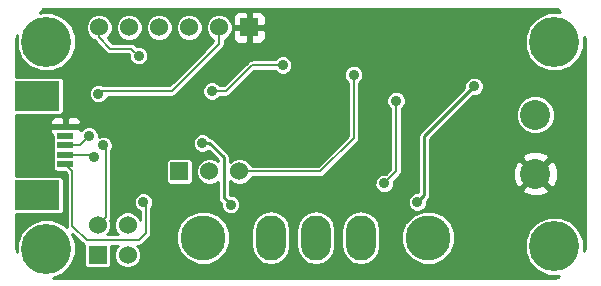
<source format=gbl>
G04 (created by PCBNEW (2013-05-31 BZR 4019)-stable) date 7/18/2014 10:39:46 PM*
%MOIN*%
G04 Gerber Fmt 3.4, Leading zero omitted, Abs format*
%FSLAX34Y34*%
G01*
G70*
G90*
G04 APERTURE LIST*
%ADD10C,0.00590551*%
%ADD11R,0.1496X0.0984*%
%ADD12R,0.0551X0.0197*%
%ADD13O,0.1X0.15*%
%ADD14C,0.15*%
%ADD15R,0.06X0.06*%
%ADD16C,0.06*%
%ADD17C,0.1*%
%ADD18C,0.167*%
%ADD19C,0.035*%
%ADD20C,0.008*%
%ADD21C,0.01*%
G04 APERTURE END LIST*
G54D10*
G54D11*
X866Y-3070D03*
X866Y-6378D03*
G54D12*
X1811Y-4094D03*
X1811Y-4409D03*
X1811Y-5354D03*
X1811Y-5039D03*
X1811Y-4724D03*
G54D13*
X8657Y-7795D03*
X10157Y-7795D03*
X11657Y-7795D03*
G54D14*
X6407Y-7795D03*
X13907Y-7795D03*
G54D15*
X5614Y-5590D03*
G54D16*
X6614Y-5590D03*
X7614Y-5590D03*
G54D15*
X2885Y-8374D03*
G54D16*
X2885Y-7374D03*
X3885Y-8374D03*
X3885Y-7374D03*
G54D15*
X7933Y-787D03*
G54D16*
X6933Y-787D03*
X5933Y-787D03*
X4933Y-787D03*
X3933Y-787D03*
X2933Y-787D03*
G54D17*
X17480Y-3700D03*
X17480Y-5669D03*
G54D18*
X1181Y-1271D03*
X1181Y-8161D03*
X18110Y-8082D03*
X18110Y-1271D03*
G54D19*
X4409Y-6614D03*
X11417Y-2362D03*
X2913Y-2992D03*
X2755Y-5118D03*
X2598Y-4409D03*
X4251Y-1732D03*
X3070Y-4724D03*
X6692Y-2913D03*
X9055Y-2047D03*
X6377Y-4645D03*
X7322Y-6692D03*
X15433Y-2755D03*
X13543Y-6614D03*
X13307Y-3622D03*
X8897Y-4881D03*
X3543Y-6614D03*
X7637Y-3149D03*
X7165Y-1653D03*
X5275Y-1889D03*
X3385Y-1889D03*
X12204Y-472D03*
X13700Y-2755D03*
X15669Y-6614D03*
X12362Y-5196D03*
X12834Y-3228D03*
X12440Y-5984D03*
G54D20*
X2047Y-5590D02*
X1811Y-5354D01*
X2047Y-7401D02*
X2047Y-5590D01*
X2519Y-7874D02*
X2047Y-7401D01*
X4251Y-7874D02*
X2519Y-7874D01*
X4488Y-7637D02*
X4251Y-7874D01*
X4488Y-6692D02*
X4488Y-7637D01*
X4409Y-6614D02*
X4488Y-6692D01*
X7614Y-5590D02*
X10314Y-5590D01*
X11417Y-4488D02*
X11417Y-2362D01*
X10314Y-5590D02*
X11417Y-4488D01*
X6933Y-1334D02*
X6933Y-787D01*
X5354Y-2913D02*
X6933Y-1334D01*
X2992Y-2913D02*
X5354Y-2913D01*
X2913Y-2992D02*
X2992Y-2913D01*
X2677Y-5039D02*
X1811Y-5039D01*
X2755Y-5118D02*
X2677Y-5039D01*
X1811Y-4724D02*
X2283Y-4724D01*
X2283Y-4724D02*
X2598Y-4409D01*
X2933Y-1122D02*
X2933Y-787D01*
X3307Y-1496D02*
X2933Y-1122D01*
X4015Y-1496D02*
X3307Y-1496D01*
X4251Y-1732D02*
X4015Y-1496D01*
X3149Y-7110D02*
X2885Y-7374D01*
X3149Y-4803D02*
X3149Y-7110D01*
X3070Y-4724D02*
X3149Y-4803D01*
X7165Y-2913D02*
X6692Y-2913D01*
X8031Y-2047D02*
X7165Y-2913D01*
X9055Y-2047D02*
X8031Y-2047D01*
G54D21*
X6614Y-4645D02*
X6377Y-4645D01*
X7086Y-5118D02*
X6614Y-4645D01*
X7086Y-6456D02*
X7086Y-5118D01*
X7322Y-6692D02*
X7086Y-6456D01*
X13779Y-4409D02*
X15433Y-2755D01*
X13779Y-6377D02*
X13779Y-4409D01*
X13543Y-6614D02*
X13779Y-6377D01*
G54D20*
X12834Y-5590D02*
X12834Y-3228D01*
X12440Y-5984D02*
X12834Y-5590D01*
G54D10*
G36*
X19131Y-8092D02*
X19105Y-8225D01*
X19095Y-8235D01*
X19095Y-7887D01*
X18945Y-7525D01*
X18668Y-7248D01*
X18307Y-7097D01*
X18233Y-7097D01*
X18233Y-5798D01*
X18226Y-5500D01*
X18130Y-5269D01*
X18130Y-3572D01*
X18031Y-3333D01*
X17848Y-3150D01*
X17610Y-3050D01*
X17351Y-3050D01*
X17112Y-3149D01*
X16929Y-3332D01*
X16830Y-3570D01*
X16830Y-3829D01*
X16928Y-4068D01*
X17111Y-4251D01*
X17350Y-4350D01*
X17609Y-4350D01*
X17848Y-4252D01*
X18031Y-4069D01*
X18130Y-3830D01*
X18130Y-3572D01*
X18130Y-5269D01*
X18127Y-5261D01*
X18010Y-5209D01*
X17940Y-5280D01*
X17940Y-5138D01*
X17888Y-5022D01*
X17609Y-4915D01*
X17311Y-4923D01*
X17072Y-5022D01*
X17020Y-5138D01*
X17480Y-5598D01*
X17940Y-5138D01*
X17940Y-5280D01*
X17551Y-5669D01*
X18010Y-6129D01*
X18127Y-6077D01*
X18233Y-5798D01*
X18233Y-7097D01*
X17940Y-7097D01*
X17940Y-6199D01*
X17480Y-5740D01*
X17409Y-5810D01*
X17409Y-5669D01*
X16949Y-5209D01*
X16833Y-5261D01*
X16726Y-5539D01*
X16734Y-5838D01*
X16833Y-6077D01*
X16949Y-6129D01*
X17409Y-5669D01*
X17409Y-5810D01*
X17020Y-6199D01*
X17072Y-6316D01*
X17350Y-6422D01*
X17649Y-6415D01*
X17888Y-6316D01*
X17940Y-6199D01*
X17940Y-7097D01*
X17915Y-7097D01*
X17553Y-7247D01*
X17275Y-7523D01*
X17125Y-7885D01*
X17125Y-8277D01*
X17274Y-8639D01*
X17551Y-8917D01*
X17913Y-9067D01*
X18263Y-9067D01*
X18224Y-9106D01*
X18094Y-9131D01*
X15758Y-9131D01*
X15758Y-2691D01*
X15708Y-2572D01*
X15617Y-2480D01*
X15498Y-2430D01*
X15368Y-2430D01*
X15249Y-2480D01*
X15157Y-2571D01*
X15108Y-2690D01*
X15108Y-2798D01*
X13638Y-4268D01*
X13594Y-4332D01*
X13579Y-4409D01*
X13579Y-6289D01*
X13478Y-6289D01*
X13359Y-6338D01*
X13267Y-6429D01*
X13218Y-6549D01*
X13218Y-6678D01*
X13267Y-6798D01*
X13358Y-6889D01*
X13478Y-6939D01*
X13607Y-6939D01*
X13727Y-6889D01*
X13818Y-6798D01*
X13868Y-6679D01*
X13868Y-6571D01*
X13920Y-6519D01*
X13964Y-6454D01*
X13964Y-6454D01*
X13979Y-6377D01*
X13979Y-4492D01*
X15390Y-3080D01*
X15497Y-3080D01*
X15616Y-3031D01*
X15708Y-2940D01*
X15758Y-2820D01*
X15758Y-2691D01*
X15758Y-9131D01*
X14807Y-9131D01*
X14807Y-7617D01*
X14670Y-7286D01*
X14417Y-7032D01*
X14087Y-6895D01*
X13729Y-6895D01*
X13398Y-7031D01*
X13159Y-7270D01*
X13159Y-3163D01*
X13110Y-3044D01*
X13018Y-2952D01*
X12899Y-2903D01*
X12770Y-2903D01*
X12650Y-2952D01*
X12559Y-3044D01*
X12509Y-3163D01*
X12509Y-3292D01*
X12558Y-3412D01*
X12644Y-3498D01*
X12644Y-5511D01*
X12497Y-5659D01*
X12376Y-5659D01*
X12257Y-5708D01*
X12165Y-5799D01*
X12116Y-5919D01*
X12115Y-6048D01*
X12165Y-6168D01*
X12256Y-6259D01*
X12376Y-6309D01*
X12505Y-6309D01*
X12624Y-6259D01*
X12716Y-6168D01*
X12765Y-6049D01*
X12765Y-5927D01*
X12968Y-5724D01*
X12968Y-5724D01*
X12968Y-5724D01*
X13010Y-5663D01*
X13024Y-5590D01*
X13024Y-3497D01*
X13110Y-3412D01*
X13159Y-3293D01*
X13159Y-3163D01*
X13159Y-7270D01*
X13144Y-7284D01*
X13007Y-7615D01*
X13007Y-7973D01*
X13144Y-8304D01*
X13397Y-8557D01*
X13727Y-8695D01*
X14085Y-8695D01*
X14416Y-8558D01*
X14670Y-8305D01*
X14807Y-7975D01*
X14807Y-7617D01*
X14807Y-9131D01*
X12307Y-9131D01*
X12307Y-8062D01*
X12307Y-7527D01*
X12258Y-7278D01*
X12117Y-7068D01*
X11906Y-6927D01*
X11742Y-6894D01*
X11742Y-2297D01*
X11693Y-2178D01*
X11601Y-2086D01*
X11482Y-2037D01*
X11352Y-2037D01*
X11233Y-2086D01*
X11141Y-2177D01*
X11092Y-2297D01*
X11092Y-2426D01*
X11141Y-2546D01*
X11227Y-2631D01*
X11227Y-4409D01*
X10236Y-5400D01*
X9380Y-5400D01*
X9380Y-1982D01*
X9330Y-1863D01*
X9239Y-1771D01*
X9120Y-1722D01*
X8990Y-1722D01*
X8871Y-1771D01*
X8785Y-1857D01*
X8483Y-1857D01*
X8483Y-1037D01*
X8483Y-536D01*
X8483Y-437D01*
X8444Y-345D01*
X8374Y-275D01*
X8282Y-237D01*
X8045Y-237D01*
X7983Y-299D01*
X7983Y-737D01*
X8420Y-737D01*
X8483Y-674D01*
X8483Y-536D01*
X8483Y-1037D01*
X8483Y-899D01*
X8420Y-837D01*
X7983Y-837D01*
X7983Y-1274D01*
X8045Y-1337D01*
X8282Y-1337D01*
X8374Y-1299D01*
X8444Y-1229D01*
X8483Y-1137D01*
X8483Y-1037D01*
X8483Y-1857D01*
X8031Y-1857D01*
X8031Y-1857D01*
X8019Y-1859D01*
X7958Y-1871D01*
X7897Y-1912D01*
X7897Y-1912D01*
X7883Y-1926D01*
X7883Y-1274D01*
X7883Y-837D01*
X7883Y-737D01*
X7883Y-299D01*
X7820Y-237D01*
X7583Y-237D01*
X7491Y-275D01*
X7421Y-345D01*
X7383Y-437D01*
X7383Y-536D01*
X7383Y-674D01*
X7445Y-737D01*
X7883Y-737D01*
X7883Y-837D01*
X7445Y-837D01*
X7383Y-899D01*
X7383Y-698D01*
X7314Y-532D01*
X7188Y-406D01*
X7022Y-337D01*
X6843Y-337D01*
X6678Y-405D01*
X6551Y-532D01*
X6483Y-697D01*
X6482Y-876D01*
X6551Y-1041D01*
X6677Y-1168D01*
X6743Y-1195D01*
X6743Y-1255D01*
X6383Y-1615D01*
X6383Y-698D01*
X6314Y-532D01*
X6188Y-406D01*
X6022Y-337D01*
X5843Y-337D01*
X5678Y-405D01*
X5551Y-532D01*
X5483Y-697D01*
X5482Y-876D01*
X5551Y-1041D01*
X5677Y-1168D01*
X5843Y-1237D01*
X6022Y-1237D01*
X6187Y-1169D01*
X6314Y-1042D01*
X6382Y-877D01*
X6383Y-698D01*
X6383Y-1615D01*
X5383Y-2615D01*
X5383Y-698D01*
X5314Y-532D01*
X5188Y-406D01*
X5022Y-337D01*
X4843Y-337D01*
X4678Y-405D01*
X4551Y-532D01*
X4483Y-697D01*
X4482Y-876D01*
X4551Y-1041D01*
X4677Y-1168D01*
X4843Y-1237D01*
X5022Y-1237D01*
X5187Y-1169D01*
X5314Y-1042D01*
X5382Y-877D01*
X5383Y-698D01*
X5383Y-2615D01*
X5275Y-2723D01*
X4577Y-2723D01*
X4577Y-1667D01*
X4527Y-1548D01*
X4436Y-1456D01*
X4383Y-1434D01*
X4383Y-698D01*
X4314Y-532D01*
X4188Y-406D01*
X4022Y-337D01*
X3843Y-337D01*
X3678Y-405D01*
X3551Y-532D01*
X3483Y-697D01*
X3482Y-876D01*
X3551Y-1041D01*
X3677Y-1168D01*
X3843Y-1237D01*
X4022Y-1237D01*
X4187Y-1169D01*
X4314Y-1042D01*
X4382Y-877D01*
X4383Y-698D01*
X4383Y-1434D01*
X4316Y-1407D01*
X4195Y-1407D01*
X4150Y-1361D01*
X4088Y-1320D01*
X4015Y-1306D01*
X3385Y-1306D01*
X3218Y-1138D01*
X3314Y-1042D01*
X3382Y-877D01*
X3383Y-698D01*
X3314Y-532D01*
X3188Y-406D01*
X3022Y-337D01*
X2843Y-337D01*
X2678Y-405D01*
X2551Y-532D01*
X2483Y-697D01*
X2482Y-876D01*
X2551Y-1041D01*
X2677Y-1168D01*
X2764Y-1204D01*
X2798Y-1256D01*
X3172Y-1630D01*
X3172Y-1630D01*
X3234Y-1671D01*
X3295Y-1683D01*
X3307Y-1686D01*
X3307Y-1686D01*
X3307Y-1686D01*
X3927Y-1686D01*
X3926Y-1796D01*
X3976Y-1916D01*
X4067Y-2007D01*
X4187Y-2057D01*
X4316Y-2057D01*
X4435Y-2007D01*
X4527Y-1916D01*
X4576Y-1797D01*
X4577Y-1667D01*
X4577Y-2723D01*
X3104Y-2723D01*
X3097Y-2716D01*
X2978Y-2667D01*
X2849Y-2667D01*
X2729Y-2716D01*
X2638Y-2807D01*
X2588Y-2927D01*
X2588Y-3056D01*
X2637Y-3175D01*
X2729Y-3267D01*
X2848Y-3317D01*
X2977Y-3317D01*
X3097Y-3267D01*
X3188Y-3176D01*
X3219Y-3103D01*
X5354Y-3103D01*
X5427Y-3088D01*
X5488Y-3047D01*
X7067Y-1468D01*
X7067Y-1468D01*
X7067Y-1468D01*
X7108Y-1407D01*
X7123Y-1334D01*
X7123Y-1195D01*
X7187Y-1169D01*
X7314Y-1042D01*
X7382Y-877D01*
X7383Y-698D01*
X7383Y-899D01*
X7383Y-899D01*
X7383Y-1037D01*
X7383Y-1137D01*
X7421Y-1229D01*
X7491Y-1299D01*
X7583Y-1337D01*
X7820Y-1337D01*
X7883Y-1274D01*
X7883Y-1926D01*
X7086Y-2723D01*
X6962Y-2723D01*
X6877Y-2638D01*
X6757Y-2588D01*
X6628Y-2588D01*
X6509Y-2637D01*
X6417Y-2729D01*
X6367Y-2848D01*
X6367Y-2977D01*
X6417Y-3097D01*
X6508Y-3188D01*
X6627Y-3238D01*
X6757Y-3238D01*
X6876Y-3189D01*
X6962Y-3103D01*
X7165Y-3103D01*
X7238Y-3088D01*
X7299Y-3047D01*
X8110Y-2237D01*
X8785Y-2237D01*
X8870Y-2322D01*
X8990Y-2372D01*
X9119Y-2372D01*
X9238Y-2322D01*
X9330Y-2231D01*
X9380Y-2112D01*
X9380Y-1982D01*
X9380Y-5400D01*
X8022Y-5400D01*
X7995Y-5335D01*
X7869Y-5209D01*
X7704Y-5140D01*
X7525Y-5140D01*
X7359Y-5208D01*
X7286Y-5281D01*
X7286Y-5118D01*
X7273Y-5054D01*
X7271Y-5041D01*
X7271Y-5041D01*
X7228Y-4976D01*
X6755Y-4504D01*
X6690Y-4460D01*
X6643Y-4451D01*
X6562Y-4370D01*
X6442Y-4320D01*
X6313Y-4320D01*
X6194Y-4369D01*
X6102Y-4461D01*
X6053Y-4580D01*
X6052Y-4710D01*
X6102Y-4829D01*
X6193Y-4921D01*
X6313Y-4970D01*
X6442Y-4970D01*
X6561Y-4921D01*
X6584Y-4898D01*
X6886Y-5200D01*
X6886Y-5226D01*
X6869Y-5209D01*
X6704Y-5140D01*
X6525Y-5140D01*
X6359Y-5208D01*
X6232Y-5335D01*
X6164Y-5500D01*
X6164Y-5679D01*
X6232Y-5845D01*
X6358Y-5971D01*
X6524Y-6040D01*
X6703Y-6040D01*
X6868Y-5972D01*
X6886Y-5954D01*
X6886Y-6456D01*
X6901Y-6533D01*
X6945Y-6598D01*
X6997Y-6650D01*
X6997Y-6757D01*
X7047Y-6876D01*
X7138Y-6968D01*
X7257Y-7017D01*
X7387Y-7017D01*
X7506Y-6968D01*
X7598Y-6877D01*
X7647Y-6757D01*
X7647Y-6628D01*
X7598Y-6509D01*
X7507Y-6417D01*
X7387Y-6367D01*
X7286Y-6367D01*
X7286Y-5899D01*
X7358Y-5971D01*
X7524Y-6040D01*
X7703Y-6040D01*
X7868Y-5972D01*
X7995Y-5845D01*
X8022Y-5780D01*
X10314Y-5780D01*
X10387Y-5766D01*
X10449Y-5724D01*
X11551Y-4622D01*
X11551Y-4622D01*
X11551Y-4622D01*
X11592Y-4560D01*
X11592Y-4560D01*
X11604Y-4502D01*
X11607Y-4488D01*
X11607Y-4488D01*
X11607Y-4488D01*
X11607Y-2631D01*
X11692Y-2546D01*
X11742Y-2427D01*
X11742Y-2297D01*
X11742Y-6894D01*
X11657Y-6877D01*
X11408Y-6927D01*
X11197Y-7068D01*
X11056Y-7278D01*
X11007Y-7527D01*
X11007Y-8062D01*
X11056Y-8311D01*
X11197Y-8522D01*
X11408Y-8663D01*
X11657Y-8712D01*
X11906Y-8663D01*
X12117Y-8522D01*
X12258Y-8311D01*
X12307Y-8062D01*
X12307Y-9131D01*
X10807Y-9131D01*
X10807Y-8062D01*
X10807Y-7527D01*
X10758Y-7278D01*
X10617Y-7068D01*
X10406Y-6927D01*
X10157Y-6877D01*
X9908Y-6927D01*
X9697Y-7068D01*
X9556Y-7278D01*
X9507Y-7527D01*
X9507Y-8062D01*
X9556Y-8311D01*
X9697Y-8522D01*
X9908Y-8663D01*
X10157Y-8712D01*
X10406Y-8663D01*
X10617Y-8522D01*
X10758Y-8311D01*
X10807Y-8062D01*
X10807Y-9131D01*
X9307Y-9131D01*
X9307Y-8062D01*
X9307Y-7527D01*
X9258Y-7278D01*
X9117Y-7068D01*
X8906Y-6927D01*
X8657Y-6877D01*
X8408Y-6927D01*
X8197Y-7068D01*
X8056Y-7278D01*
X8007Y-7527D01*
X8007Y-8062D01*
X8056Y-8311D01*
X8197Y-8522D01*
X8408Y-8663D01*
X8657Y-8712D01*
X8906Y-8663D01*
X9117Y-8522D01*
X9258Y-8311D01*
X9307Y-8062D01*
X9307Y-9131D01*
X7307Y-9131D01*
X7307Y-7617D01*
X7170Y-7286D01*
X6917Y-7032D01*
X6587Y-6895D01*
X6229Y-6895D01*
X6064Y-6963D01*
X6064Y-5860D01*
X6064Y-5260D01*
X6041Y-5205D01*
X5999Y-5163D01*
X5944Y-5140D01*
X5884Y-5140D01*
X5284Y-5140D01*
X5229Y-5163D01*
X5187Y-5205D01*
X5164Y-5260D01*
X5164Y-5320D01*
X5164Y-5920D01*
X5186Y-5975D01*
X5229Y-6017D01*
X5284Y-6040D01*
X5343Y-6040D01*
X5943Y-6040D01*
X5999Y-6017D01*
X6041Y-5975D01*
X6064Y-5920D01*
X6064Y-5860D01*
X6064Y-6963D01*
X5898Y-7031D01*
X5644Y-7284D01*
X5507Y-7615D01*
X5507Y-7973D01*
X5644Y-8304D01*
X5897Y-8557D01*
X6227Y-8695D01*
X6585Y-8695D01*
X6916Y-8558D01*
X7170Y-8305D01*
X7307Y-7975D01*
X7307Y-7617D01*
X7307Y-9131D01*
X1411Y-9131D01*
X1738Y-8996D01*
X2015Y-8720D01*
X2165Y-8358D01*
X2166Y-7966D01*
X2041Y-7664D01*
X2385Y-8008D01*
X2436Y-8042D01*
X2435Y-8044D01*
X2435Y-8103D01*
X2435Y-8703D01*
X2458Y-8758D01*
X2500Y-8801D01*
X2555Y-8823D01*
X2615Y-8824D01*
X3215Y-8824D01*
X3270Y-8801D01*
X3312Y-8759D01*
X3335Y-8703D01*
X3335Y-8644D01*
X3335Y-8064D01*
X3559Y-8064D01*
X3504Y-8118D01*
X3435Y-8284D01*
X3435Y-8463D01*
X3504Y-8628D01*
X3630Y-8755D01*
X3795Y-8823D01*
X3974Y-8824D01*
X4140Y-8755D01*
X4267Y-8629D01*
X4335Y-8463D01*
X4335Y-8284D01*
X4267Y-8119D01*
X4212Y-8064D01*
X4251Y-8064D01*
X4324Y-8049D01*
X4386Y-8008D01*
X4622Y-7772D01*
X4663Y-7710D01*
X4678Y-7637D01*
X4678Y-6805D01*
X4684Y-6798D01*
X4734Y-6679D01*
X4734Y-6549D01*
X4685Y-6430D01*
X4593Y-6338D01*
X4474Y-6289D01*
X4345Y-6289D01*
X4225Y-6338D01*
X4134Y-6429D01*
X4084Y-6549D01*
X4084Y-6678D01*
X4133Y-6798D01*
X4225Y-6889D01*
X4298Y-6919D01*
X4298Y-7193D01*
X4267Y-7119D01*
X4141Y-6992D01*
X3975Y-6924D01*
X3796Y-6923D01*
X3631Y-6992D01*
X3504Y-7118D01*
X3435Y-7284D01*
X3435Y-7463D01*
X3504Y-7628D01*
X3559Y-7684D01*
X3212Y-7684D01*
X3267Y-7629D01*
X3335Y-7463D01*
X3335Y-7284D01*
X3305Y-7211D01*
X3325Y-7182D01*
X3339Y-7110D01*
X3339Y-4915D01*
X3346Y-4908D01*
X3395Y-4789D01*
X3395Y-4660D01*
X3346Y-4540D01*
X3255Y-4449D01*
X3135Y-4399D01*
X3006Y-4399D01*
X2923Y-4433D01*
X2923Y-4345D01*
X2874Y-4225D01*
X2782Y-4134D01*
X2663Y-4084D01*
X2534Y-4084D01*
X2414Y-4133D01*
X2336Y-4211D01*
X2336Y-3946D01*
X2299Y-3854D01*
X2228Y-3784D01*
X2136Y-3745D01*
X2037Y-3745D01*
X1923Y-3745D01*
X1861Y-3808D01*
X1861Y-4045D01*
X2274Y-4045D01*
X2336Y-3982D01*
X2336Y-3946D01*
X2336Y-4211D01*
X2336Y-4211D01*
X2336Y-4206D01*
X2274Y-4143D01*
X1861Y-4143D01*
X1861Y-4152D01*
X1761Y-4152D01*
X1761Y-4143D01*
X1761Y-4045D01*
X1761Y-3808D01*
X1698Y-3745D01*
X1585Y-3745D01*
X1486Y-3745D01*
X1394Y-3784D01*
X1323Y-3854D01*
X1285Y-3946D01*
X1285Y-3982D01*
X1348Y-4045D01*
X1761Y-4045D01*
X1761Y-4143D01*
X1348Y-4143D01*
X1285Y-4206D01*
X1285Y-4242D01*
X1323Y-4334D01*
X1385Y-4396D01*
X1385Y-4537D01*
X1398Y-4566D01*
X1385Y-4595D01*
X1385Y-4655D01*
X1385Y-4852D01*
X1398Y-4881D01*
X1385Y-4910D01*
X1385Y-4970D01*
X1385Y-5167D01*
X1398Y-5196D01*
X1385Y-5225D01*
X1385Y-5285D01*
X1385Y-5482D01*
X1408Y-5537D01*
X1450Y-5579D01*
X1505Y-5602D01*
X1565Y-5602D01*
X1791Y-5602D01*
X1857Y-5668D01*
X1857Y-7401D01*
X1867Y-7455D01*
X1739Y-7326D01*
X1377Y-7176D01*
X986Y-7176D01*
X623Y-7325D01*
X346Y-7602D01*
X196Y-7964D01*
X195Y-8278D01*
X159Y-8094D01*
X159Y-7020D01*
X1644Y-7020D01*
X1699Y-6997D01*
X1741Y-6955D01*
X1764Y-6900D01*
X1764Y-6840D01*
X1764Y-5856D01*
X1741Y-5801D01*
X1699Y-5759D01*
X1644Y-5736D01*
X1584Y-5736D01*
X159Y-5736D01*
X159Y-3712D01*
X1644Y-3712D01*
X1699Y-3689D01*
X1741Y-3647D01*
X1764Y-3592D01*
X1764Y-3532D01*
X1764Y-2548D01*
X1741Y-2493D01*
X1699Y-2451D01*
X1644Y-2428D01*
X1584Y-2428D01*
X159Y-2428D01*
X159Y-1196D01*
X185Y-1066D01*
X209Y-1041D01*
X196Y-1074D01*
X195Y-1466D01*
X345Y-1828D01*
X622Y-2106D01*
X984Y-2256D01*
X1376Y-2256D01*
X1738Y-2107D01*
X2015Y-1830D01*
X2165Y-1468D01*
X2166Y-1076D01*
X2016Y-714D01*
X1739Y-437D01*
X1377Y-286D01*
X986Y-286D01*
X950Y-301D01*
X1065Y-185D01*
X1198Y-159D01*
X18094Y-159D01*
X18213Y-183D01*
X18312Y-289D01*
X18307Y-286D01*
X17915Y-286D01*
X17553Y-436D01*
X17275Y-712D01*
X17125Y-1074D01*
X17125Y-1466D01*
X17274Y-1828D01*
X17551Y-2106D01*
X17913Y-2256D01*
X18305Y-2256D01*
X18667Y-2107D01*
X18944Y-1830D01*
X19095Y-1468D01*
X19095Y-1123D01*
X19122Y-1153D01*
X19131Y-1198D01*
X19131Y-8092D01*
X19131Y-8092D01*
G37*
G54D21*
X19131Y-8092D02*
X19105Y-8225D01*
X19095Y-8235D01*
X19095Y-7887D01*
X18945Y-7525D01*
X18668Y-7248D01*
X18307Y-7097D01*
X18233Y-7097D01*
X18233Y-5798D01*
X18226Y-5500D01*
X18130Y-5269D01*
X18130Y-3572D01*
X18031Y-3333D01*
X17848Y-3150D01*
X17610Y-3050D01*
X17351Y-3050D01*
X17112Y-3149D01*
X16929Y-3332D01*
X16830Y-3570D01*
X16830Y-3829D01*
X16928Y-4068D01*
X17111Y-4251D01*
X17350Y-4350D01*
X17609Y-4350D01*
X17848Y-4252D01*
X18031Y-4069D01*
X18130Y-3830D01*
X18130Y-3572D01*
X18130Y-5269D01*
X18127Y-5261D01*
X18010Y-5209D01*
X17940Y-5280D01*
X17940Y-5138D01*
X17888Y-5022D01*
X17609Y-4915D01*
X17311Y-4923D01*
X17072Y-5022D01*
X17020Y-5138D01*
X17480Y-5598D01*
X17940Y-5138D01*
X17940Y-5280D01*
X17551Y-5669D01*
X18010Y-6129D01*
X18127Y-6077D01*
X18233Y-5798D01*
X18233Y-7097D01*
X17940Y-7097D01*
X17940Y-6199D01*
X17480Y-5740D01*
X17409Y-5810D01*
X17409Y-5669D01*
X16949Y-5209D01*
X16833Y-5261D01*
X16726Y-5539D01*
X16734Y-5838D01*
X16833Y-6077D01*
X16949Y-6129D01*
X17409Y-5669D01*
X17409Y-5810D01*
X17020Y-6199D01*
X17072Y-6316D01*
X17350Y-6422D01*
X17649Y-6415D01*
X17888Y-6316D01*
X17940Y-6199D01*
X17940Y-7097D01*
X17915Y-7097D01*
X17553Y-7247D01*
X17275Y-7523D01*
X17125Y-7885D01*
X17125Y-8277D01*
X17274Y-8639D01*
X17551Y-8917D01*
X17913Y-9067D01*
X18263Y-9067D01*
X18224Y-9106D01*
X18094Y-9131D01*
X15758Y-9131D01*
X15758Y-2691D01*
X15708Y-2572D01*
X15617Y-2480D01*
X15498Y-2430D01*
X15368Y-2430D01*
X15249Y-2480D01*
X15157Y-2571D01*
X15108Y-2690D01*
X15108Y-2798D01*
X13638Y-4268D01*
X13594Y-4332D01*
X13579Y-4409D01*
X13579Y-6289D01*
X13478Y-6289D01*
X13359Y-6338D01*
X13267Y-6429D01*
X13218Y-6549D01*
X13218Y-6678D01*
X13267Y-6798D01*
X13358Y-6889D01*
X13478Y-6939D01*
X13607Y-6939D01*
X13727Y-6889D01*
X13818Y-6798D01*
X13868Y-6679D01*
X13868Y-6571D01*
X13920Y-6519D01*
X13964Y-6454D01*
X13964Y-6454D01*
X13979Y-6377D01*
X13979Y-4492D01*
X15390Y-3080D01*
X15497Y-3080D01*
X15616Y-3031D01*
X15708Y-2940D01*
X15758Y-2820D01*
X15758Y-2691D01*
X15758Y-9131D01*
X14807Y-9131D01*
X14807Y-7617D01*
X14670Y-7286D01*
X14417Y-7032D01*
X14087Y-6895D01*
X13729Y-6895D01*
X13398Y-7031D01*
X13159Y-7270D01*
X13159Y-3163D01*
X13110Y-3044D01*
X13018Y-2952D01*
X12899Y-2903D01*
X12770Y-2903D01*
X12650Y-2952D01*
X12559Y-3044D01*
X12509Y-3163D01*
X12509Y-3292D01*
X12558Y-3412D01*
X12644Y-3498D01*
X12644Y-5511D01*
X12497Y-5659D01*
X12376Y-5659D01*
X12257Y-5708D01*
X12165Y-5799D01*
X12116Y-5919D01*
X12115Y-6048D01*
X12165Y-6168D01*
X12256Y-6259D01*
X12376Y-6309D01*
X12505Y-6309D01*
X12624Y-6259D01*
X12716Y-6168D01*
X12765Y-6049D01*
X12765Y-5927D01*
X12968Y-5724D01*
X12968Y-5724D01*
X12968Y-5724D01*
X13010Y-5663D01*
X13024Y-5590D01*
X13024Y-3497D01*
X13110Y-3412D01*
X13159Y-3293D01*
X13159Y-3163D01*
X13159Y-7270D01*
X13144Y-7284D01*
X13007Y-7615D01*
X13007Y-7973D01*
X13144Y-8304D01*
X13397Y-8557D01*
X13727Y-8695D01*
X14085Y-8695D01*
X14416Y-8558D01*
X14670Y-8305D01*
X14807Y-7975D01*
X14807Y-7617D01*
X14807Y-9131D01*
X12307Y-9131D01*
X12307Y-8062D01*
X12307Y-7527D01*
X12258Y-7278D01*
X12117Y-7068D01*
X11906Y-6927D01*
X11742Y-6894D01*
X11742Y-2297D01*
X11693Y-2178D01*
X11601Y-2086D01*
X11482Y-2037D01*
X11352Y-2037D01*
X11233Y-2086D01*
X11141Y-2177D01*
X11092Y-2297D01*
X11092Y-2426D01*
X11141Y-2546D01*
X11227Y-2631D01*
X11227Y-4409D01*
X10236Y-5400D01*
X9380Y-5400D01*
X9380Y-1982D01*
X9330Y-1863D01*
X9239Y-1771D01*
X9120Y-1722D01*
X8990Y-1722D01*
X8871Y-1771D01*
X8785Y-1857D01*
X8483Y-1857D01*
X8483Y-1037D01*
X8483Y-536D01*
X8483Y-437D01*
X8444Y-345D01*
X8374Y-275D01*
X8282Y-237D01*
X8045Y-237D01*
X7983Y-299D01*
X7983Y-737D01*
X8420Y-737D01*
X8483Y-674D01*
X8483Y-536D01*
X8483Y-1037D01*
X8483Y-899D01*
X8420Y-837D01*
X7983Y-837D01*
X7983Y-1274D01*
X8045Y-1337D01*
X8282Y-1337D01*
X8374Y-1299D01*
X8444Y-1229D01*
X8483Y-1137D01*
X8483Y-1037D01*
X8483Y-1857D01*
X8031Y-1857D01*
X8031Y-1857D01*
X8019Y-1859D01*
X7958Y-1871D01*
X7897Y-1912D01*
X7897Y-1912D01*
X7883Y-1926D01*
X7883Y-1274D01*
X7883Y-837D01*
X7883Y-737D01*
X7883Y-299D01*
X7820Y-237D01*
X7583Y-237D01*
X7491Y-275D01*
X7421Y-345D01*
X7383Y-437D01*
X7383Y-536D01*
X7383Y-674D01*
X7445Y-737D01*
X7883Y-737D01*
X7883Y-837D01*
X7445Y-837D01*
X7383Y-899D01*
X7383Y-698D01*
X7314Y-532D01*
X7188Y-406D01*
X7022Y-337D01*
X6843Y-337D01*
X6678Y-405D01*
X6551Y-532D01*
X6483Y-697D01*
X6482Y-876D01*
X6551Y-1041D01*
X6677Y-1168D01*
X6743Y-1195D01*
X6743Y-1255D01*
X6383Y-1615D01*
X6383Y-698D01*
X6314Y-532D01*
X6188Y-406D01*
X6022Y-337D01*
X5843Y-337D01*
X5678Y-405D01*
X5551Y-532D01*
X5483Y-697D01*
X5482Y-876D01*
X5551Y-1041D01*
X5677Y-1168D01*
X5843Y-1237D01*
X6022Y-1237D01*
X6187Y-1169D01*
X6314Y-1042D01*
X6382Y-877D01*
X6383Y-698D01*
X6383Y-1615D01*
X5383Y-2615D01*
X5383Y-698D01*
X5314Y-532D01*
X5188Y-406D01*
X5022Y-337D01*
X4843Y-337D01*
X4678Y-405D01*
X4551Y-532D01*
X4483Y-697D01*
X4482Y-876D01*
X4551Y-1041D01*
X4677Y-1168D01*
X4843Y-1237D01*
X5022Y-1237D01*
X5187Y-1169D01*
X5314Y-1042D01*
X5382Y-877D01*
X5383Y-698D01*
X5383Y-2615D01*
X5275Y-2723D01*
X4577Y-2723D01*
X4577Y-1667D01*
X4527Y-1548D01*
X4436Y-1456D01*
X4383Y-1434D01*
X4383Y-698D01*
X4314Y-532D01*
X4188Y-406D01*
X4022Y-337D01*
X3843Y-337D01*
X3678Y-405D01*
X3551Y-532D01*
X3483Y-697D01*
X3482Y-876D01*
X3551Y-1041D01*
X3677Y-1168D01*
X3843Y-1237D01*
X4022Y-1237D01*
X4187Y-1169D01*
X4314Y-1042D01*
X4382Y-877D01*
X4383Y-698D01*
X4383Y-1434D01*
X4316Y-1407D01*
X4195Y-1407D01*
X4150Y-1361D01*
X4088Y-1320D01*
X4015Y-1306D01*
X3385Y-1306D01*
X3218Y-1138D01*
X3314Y-1042D01*
X3382Y-877D01*
X3383Y-698D01*
X3314Y-532D01*
X3188Y-406D01*
X3022Y-337D01*
X2843Y-337D01*
X2678Y-405D01*
X2551Y-532D01*
X2483Y-697D01*
X2482Y-876D01*
X2551Y-1041D01*
X2677Y-1168D01*
X2764Y-1204D01*
X2798Y-1256D01*
X3172Y-1630D01*
X3172Y-1630D01*
X3234Y-1671D01*
X3295Y-1683D01*
X3307Y-1686D01*
X3307Y-1686D01*
X3307Y-1686D01*
X3927Y-1686D01*
X3926Y-1796D01*
X3976Y-1916D01*
X4067Y-2007D01*
X4187Y-2057D01*
X4316Y-2057D01*
X4435Y-2007D01*
X4527Y-1916D01*
X4576Y-1797D01*
X4577Y-1667D01*
X4577Y-2723D01*
X3104Y-2723D01*
X3097Y-2716D01*
X2978Y-2667D01*
X2849Y-2667D01*
X2729Y-2716D01*
X2638Y-2807D01*
X2588Y-2927D01*
X2588Y-3056D01*
X2637Y-3175D01*
X2729Y-3267D01*
X2848Y-3317D01*
X2977Y-3317D01*
X3097Y-3267D01*
X3188Y-3176D01*
X3219Y-3103D01*
X5354Y-3103D01*
X5427Y-3088D01*
X5488Y-3047D01*
X7067Y-1468D01*
X7067Y-1468D01*
X7067Y-1468D01*
X7108Y-1407D01*
X7123Y-1334D01*
X7123Y-1195D01*
X7187Y-1169D01*
X7314Y-1042D01*
X7382Y-877D01*
X7383Y-698D01*
X7383Y-899D01*
X7383Y-899D01*
X7383Y-1037D01*
X7383Y-1137D01*
X7421Y-1229D01*
X7491Y-1299D01*
X7583Y-1337D01*
X7820Y-1337D01*
X7883Y-1274D01*
X7883Y-1926D01*
X7086Y-2723D01*
X6962Y-2723D01*
X6877Y-2638D01*
X6757Y-2588D01*
X6628Y-2588D01*
X6509Y-2637D01*
X6417Y-2729D01*
X6367Y-2848D01*
X6367Y-2977D01*
X6417Y-3097D01*
X6508Y-3188D01*
X6627Y-3238D01*
X6757Y-3238D01*
X6876Y-3189D01*
X6962Y-3103D01*
X7165Y-3103D01*
X7238Y-3088D01*
X7299Y-3047D01*
X8110Y-2237D01*
X8785Y-2237D01*
X8870Y-2322D01*
X8990Y-2372D01*
X9119Y-2372D01*
X9238Y-2322D01*
X9330Y-2231D01*
X9380Y-2112D01*
X9380Y-1982D01*
X9380Y-5400D01*
X8022Y-5400D01*
X7995Y-5335D01*
X7869Y-5209D01*
X7704Y-5140D01*
X7525Y-5140D01*
X7359Y-5208D01*
X7286Y-5281D01*
X7286Y-5118D01*
X7273Y-5054D01*
X7271Y-5041D01*
X7271Y-5041D01*
X7228Y-4976D01*
X6755Y-4504D01*
X6690Y-4460D01*
X6643Y-4451D01*
X6562Y-4370D01*
X6442Y-4320D01*
X6313Y-4320D01*
X6194Y-4369D01*
X6102Y-4461D01*
X6053Y-4580D01*
X6052Y-4710D01*
X6102Y-4829D01*
X6193Y-4921D01*
X6313Y-4970D01*
X6442Y-4970D01*
X6561Y-4921D01*
X6584Y-4898D01*
X6886Y-5200D01*
X6886Y-5226D01*
X6869Y-5209D01*
X6704Y-5140D01*
X6525Y-5140D01*
X6359Y-5208D01*
X6232Y-5335D01*
X6164Y-5500D01*
X6164Y-5679D01*
X6232Y-5845D01*
X6358Y-5971D01*
X6524Y-6040D01*
X6703Y-6040D01*
X6868Y-5972D01*
X6886Y-5954D01*
X6886Y-6456D01*
X6901Y-6533D01*
X6945Y-6598D01*
X6997Y-6650D01*
X6997Y-6757D01*
X7047Y-6876D01*
X7138Y-6968D01*
X7257Y-7017D01*
X7387Y-7017D01*
X7506Y-6968D01*
X7598Y-6877D01*
X7647Y-6757D01*
X7647Y-6628D01*
X7598Y-6509D01*
X7507Y-6417D01*
X7387Y-6367D01*
X7286Y-6367D01*
X7286Y-5899D01*
X7358Y-5971D01*
X7524Y-6040D01*
X7703Y-6040D01*
X7868Y-5972D01*
X7995Y-5845D01*
X8022Y-5780D01*
X10314Y-5780D01*
X10387Y-5766D01*
X10449Y-5724D01*
X11551Y-4622D01*
X11551Y-4622D01*
X11551Y-4622D01*
X11592Y-4560D01*
X11592Y-4560D01*
X11604Y-4502D01*
X11607Y-4488D01*
X11607Y-4488D01*
X11607Y-4488D01*
X11607Y-2631D01*
X11692Y-2546D01*
X11742Y-2427D01*
X11742Y-2297D01*
X11742Y-6894D01*
X11657Y-6877D01*
X11408Y-6927D01*
X11197Y-7068D01*
X11056Y-7278D01*
X11007Y-7527D01*
X11007Y-8062D01*
X11056Y-8311D01*
X11197Y-8522D01*
X11408Y-8663D01*
X11657Y-8712D01*
X11906Y-8663D01*
X12117Y-8522D01*
X12258Y-8311D01*
X12307Y-8062D01*
X12307Y-9131D01*
X10807Y-9131D01*
X10807Y-8062D01*
X10807Y-7527D01*
X10758Y-7278D01*
X10617Y-7068D01*
X10406Y-6927D01*
X10157Y-6877D01*
X9908Y-6927D01*
X9697Y-7068D01*
X9556Y-7278D01*
X9507Y-7527D01*
X9507Y-8062D01*
X9556Y-8311D01*
X9697Y-8522D01*
X9908Y-8663D01*
X10157Y-8712D01*
X10406Y-8663D01*
X10617Y-8522D01*
X10758Y-8311D01*
X10807Y-8062D01*
X10807Y-9131D01*
X9307Y-9131D01*
X9307Y-8062D01*
X9307Y-7527D01*
X9258Y-7278D01*
X9117Y-7068D01*
X8906Y-6927D01*
X8657Y-6877D01*
X8408Y-6927D01*
X8197Y-7068D01*
X8056Y-7278D01*
X8007Y-7527D01*
X8007Y-8062D01*
X8056Y-8311D01*
X8197Y-8522D01*
X8408Y-8663D01*
X8657Y-8712D01*
X8906Y-8663D01*
X9117Y-8522D01*
X9258Y-8311D01*
X9307Y-8062D01*
X9307Y-9131D01*
X7307Y-9131D01*
X7307Y-7617D01*
X7170Y-7286D01*
X6917Y-7032D01*
X6587Y-6895D01*
X6229Y-6895D01*
X6064Y-6963D01*
X6064Y-5860D01*
X6064Y-5260D01*
X6041Y-5205D01*
X5999Y-5163D01*
X5944Y-5140D01*
X5884Y-5140D01*
X5284Y-5140D01*
X5229Y-5163D01*
X5187Y-5205D01*
X5164Y-5260D01*
X5164Y-5320D01*
X5164Y-5920D01*
X5186Y-5975D01*
X5229Y-6017D01*
X5284Y-6040D01*
X5343Y-6040D01*
X5943Y-6040D01*
X5999Y-6017D01*
X6041Y-5975D01*
X6064Y-5920D01*
X6064Y-5860D01*
X6064Y-6963D01*
X5898Y-7031D01*
X5644Y-7284D01*
X5507Y-7615D01*
X5507Y-7973D01*
X5644Y-8304D01*
X5897Y-8557D01*
X6227Y-8695D01*
X6585Y-8695D01*
X6916Y-8558D01*
X7170Y-8305D01*
X7307Y-7975D01*
X7307Y-7617D01*
X7307Y-9131D01*
X1411Y-9131D01*
X1738Y-8996D01*
X2015Y-8720D01*
X2165Y-8358D01*
X2166Y-7966D01*
X2041Y-7664D01*
X2385Y-8008D01*
X2436Y-8042D01*
X2435Y-8044D01*
X2435Y-8103D01*
X2435Y-8703D01*
X2458Y-8758D01*
X2500Y-8801D01*
X2555Y-8823D01*
X2615Y-8824D01*
X3215Y-8824D01*
X3270Y-8801D01*
X3312Y-8759D01*
X3335Y-8703D01*
X3335Y-8644D01*
X3335Y-8064D01*
X3559Y-8064D01*
X3504Y-8118D01*
X3435Y-8284D01*
X3435Y-8463D01*
X3504Y-8628D01*
X3630Y-8755D01*
X3795Y-8823D01*
X3974Y-8824D01*
X4140Y-8755D01*
X4267Y-8629D01*
X4335Y-8463D01*
X4335Y-8284D01*
X4267Y-8119D01*
X4212Y-8064D01*
X4251Y-8064D01*
X4324Y-8049D01*
X4386Y-8008D01*
X4622Y-7772D01*
X4663Y-7710D01*
X4678Y-7637D01*
X4678Y-6805D01*
X4684Y-6798D01*
X4734Y-6679D01*
X4734Y-6549D01*
X4685Y-6430D01*
X4593Y-6338D01*
X4474Y-6289D01*
X4345Y-6289D01*
X4225Y-6338D01*
X4134Y-6429D01*
X4084Y-6549D01*
X4084Y-6678D01*
X4133Y-6798D01*
X4225Y-6889D01*
X4298Y-6919D01*
X4298Y-7193D01*
X4267Y-7119D01*
X4141Y-6992D01*
X3975Y-6924D01*
X3796Y-6923D01*
X3631Y-6992D01*
X3504Y-7118D01*
X3435Y-7284D01*
X3435Y-7463D01*
X3504Y-7628D01*
X3559Y-7684D01*
X3212Y-7684D01*
X3267Y-7629D01*
X3335Y-7463D01*
X3335Y-7284D01*
X3305Y-7211D01*
X3325Y-7182D01*
X3339Y-7110D01*
X3339Y-4915D01*
X3346Y-4908D01*
X3395Y-4789D01*
X3395Y-4660D01*
X3346Y-4540D01*
X3255Y-4449D01*
X3135Y-4399D01*
X3006Y-4399D01*
X2923Y-4433D01*
X2923Y-4345D01*
X2874Y-4225D01*
X2782Y-4134D01*
X2663Y-4084D01*
X2534Y-4084D01*
X2414Y-4133D01*
X2336Y-4211D01*
X2336Y-3946D01*
X2299Y-3854D01*
X2228Y-3784D01*
X2136Y-3745D01*
X2037Y-3745D01*
X1923Y-3745D01*
X1861Y-3808D01*
X1861Y-4045D01*
X2274Y-4045D01*
X2336Y-3982D01*
X2336Y-3946D01*
X2336Y-4211D01*
X2336Y-4211D01*
X2336Y-4206D01*
X2274Y-4143D01*
X1861Y-4143D01*
X1861Y-4152D01*
X1761Y-4152D01*
X1761Y-4143D01*
X1761Y-4045D01*
X1761Y-3808D01*
X1698Y-3745D01*
X1585Y-3745D01*
X1486Y-3745D01*
X1394Y-3784D01*
X1323Y-3854D01*
X1285Y-3946D01*
X1285Y-3982D01*
X1348Y-4045D01*
X1761Y-4045D01*
X1761Y-4143D01*
X1348Y-4143D01*
X1285Y-4206D01*
X1285Y-4242D01*
X1323Y-4334D01*
X1385Y-4396D01*
X1385Y-4537D01*
X1398Y-4566D01*
X1385Y-4595D01*
X1385Y-4655D01*
X1385Y-4852D01*
X1398Y-4881D01*
X1385Y-4910D01*
X1385Y-4970D01*
X1385Y-5167D01*
X1398Y-5196D01*
X1385Y-5225D01*
X1385Y-5285D01*
X1385Y-5482D01*
X1408Y-5537D01*
X1450Y-5579D01*
X1505Y-5602D01*
X1565Y-5602D01*
X1791Y-5602D01*
X1857Y-5668D01*
X1857Y-7401D01*
X1867Y-7455D01*
X1739Y-7326D01*
X1377Y-7176D01*
X986Y-7176D01*
X623Y-7325D01*
X346Y-7602D01*
X196Y-7964D01*
X195Y-8278D01*
X159Y-8094D01*
X159Y-7020D01*
X1644Y-7020D01*
X1699Y-6997D01*
X1741Y-6955D01*
X1764Y-6900D01*
X1764Y-6840D01*
X1764Y-5856D01*
X1741Y-5801D01*
X1699Y-5759D01*
X1644Y-5736D01*
X1584Y-5736D01*
X159Y-5736D01*
X159Y-3712D01*
X1644Y-3712D01*
X1699Y-3689D01*
X1741Y-3647D01*
X1764Y-3592D01*
X1764Y-3532D01*
X1764Y-2548D01*
X1741Y-2493D01*
X1699Y-2451D01*
X1644Y-2428D01*
X1584Y-2428D01*
X159Y-2428D01*
X159Y-1196D01*
X185Y-1066D01*
X209Y-1041D01*
X196Y-1074D01*
X195Y-1466D01*
X345Y-1828D01*
X622Y-2106D01*
X984Y-2256D01*
X1376Y-2256D01*
X1738Y-2107D01*
X2015Y-1830D01*
X2165Y-1468D01*
X2166Y-1076D01*
X2016Y-714D01*
X1739Y-437D01*
X1377Y-286D01*
X986Y-286D01*
X950Y-301D01*
X1065Y-185D01*
X1198Y-159D01*
X18094Y-159D01*
X18213Y-183D01*
X18312Y-289D01*
X18307Y-286D01*
X17915Y-286D01*
X17553Y-436D01*
X17275Y-712D01*
X17125Y-1074D01*
X17125Y-1466D01*
X17274Y-1828D01*
X17551Y-2106D01*
X17913Y-2256D01*
X18305Y-2256D01*
X18667Y-2107D01*
X18944Y-1830D01*
X19095Y-1468D01*
X19095Y-1123D01*
X19122Y-1153D01*
X19131Y-1198D01*
X19131Y-8092D01*
M02*

</source>
